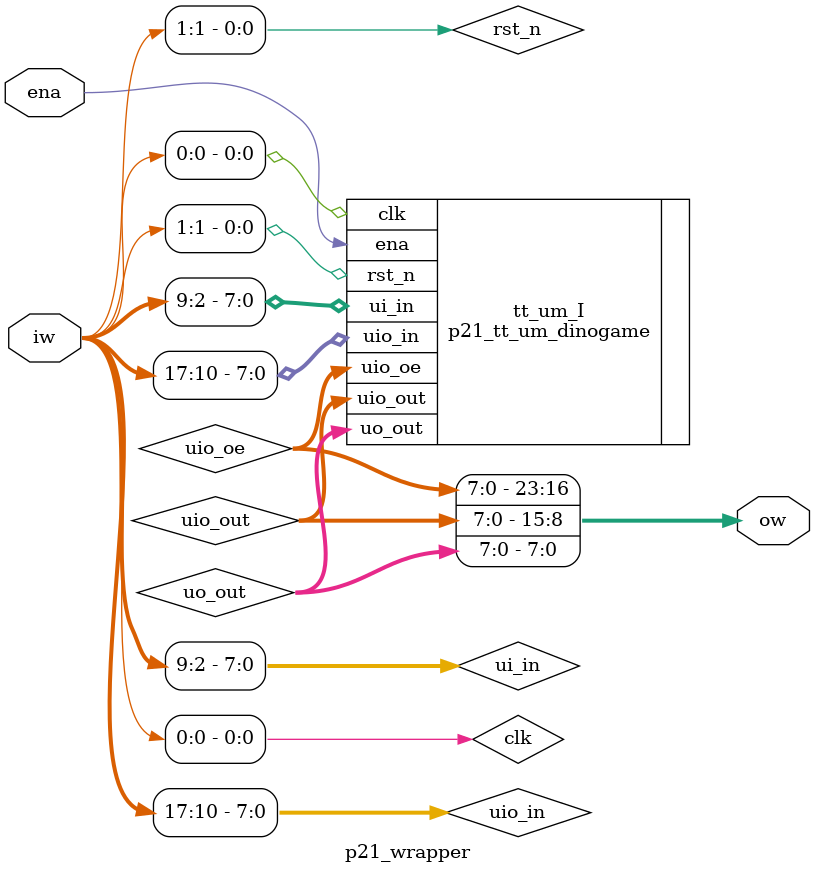
<source format=v>
`default_nettype none

module p21_wrapper (
  input wire ena,
  input wire [17:0] iw,
  output wire [23:0] ow
);

wire [7:0] uio_in;
wire [7:0] uio_out;
wire [7:0] uio_oe;
wire [7:0] uo_out;
wire [7:0] ui_in;
wire clk;
wire rst_n;

assign { uio_in, ui_in, rst_n, clk} = iw;
assign ow = { uio_oe, uio_out, uo_out };

p21_tt_um_dinogame tt_um_I (
  .uio_in  (uio_in),
  .uio_out (uio_out),
  .uio_oe  (uio_oe),
  .uo_out  (uo_out),
  .ui_in   (ui_in),
  .ena     (ena),
  .clk     (clk),
  .rst_n   (rst_n)
);

endmodule

</source>
